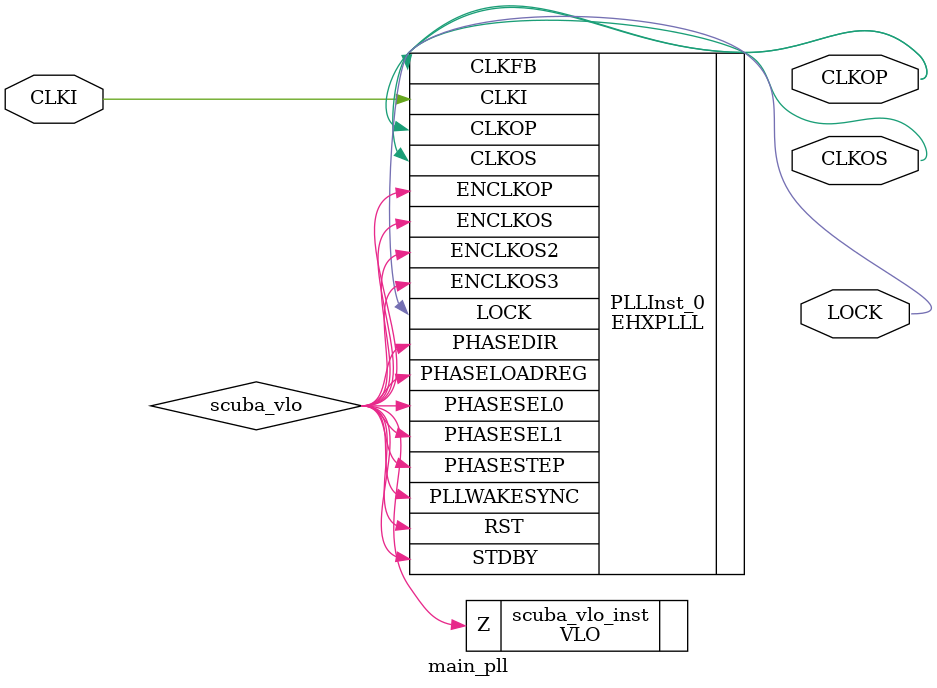
<source format=v>

module main_pll (CLKI, CLKOP, CLKOS, LOCK) /* synthesis NGD_DRC_MASK=1 */ ;   // c:/users/jari/mycodeprojects/tube_power_v5/lfe5u/ip_cores/main_pll/main_pll.vhd(12[8:16])
    input CLKI;   // c:/users/jari/mycodeprojects/tube_power_v5/lfe5u/ip_cores/main_pll/main_pll.vhd(14[9:13])
    output CLKOP;   // c:/users/jari/mycodeprojects/tube_power_v5/lfe5u/ip_cores/main_pll/main_pll.vhd(15[9:14])
    output CLKOS;   // c:/users/jari/mycodeprojects/tube_power_v5/lfe5u/ip_cores/main_pll/main_pll.vhd(16[9:14])
    output LOCK;   // c:/users/jari/mycodeprojects/tube_power_v5/lfe5u/ip_cores/main_pll/main_pll.vhd(17[9:13])
    
    wire CLKI /* synthesis is_clock=1 */ ;   // c:/users/jari/mycodeprojects/tube_power_v5/lfe5u/ip_cores/main_pll/main_pll.vhd(14[9:13])
    wire CLKOP /* synthesis is_clock=1 */ ;   // c:/users/jari/mycodeprojects/tube_power_v5/lfe5u/ip_cores/main_pll/main_pll.vhd(15[9:14])
    
    wire scuba_vlo, VCC_net;
    
    VLO scuba_vlo_inst (.Z(scuba_vlo));
    EHXPLLL PLLInst_0 (.CLKI(CLKI), .CLKFB(CLKOP), .PHASESEL0(scuba_vlo), 
            .PHASESEL1(scuba_vlo), .PHASEDIR(scuba_vlo), .PHASESTEP(scuba_vlo), 
            .PHASELOADREG(scuba_vlo), .STDBY(scuba_vlo), .PLLWAKESYNC(scuba_vlo), 
            .RST(scuba_vlo), .ENCLKOP(scuba_vlo), .ENCLKOS(scuba_vlo), 
            .ENCLKOS2(scuba_vlo), .ENCLKOS3(scuba_vlo), .CLKOP(CLKOP), 
            .CLKOS(CLKOS), .LOCK(LOCK)) /* synthesis syn_black_box=true, FREQUENCY_PIN_CLKOS="240.000000", FREQUENCY_PIN_CLKOP="120.000000", FREQUENCY_PIN_CLKI="50.000000", ICP_CURRENT="6", LPF_RESISTOR="16", syn_instantiated=1 */ ;
    defparam PLLInst_0.CLKI_DIV = 5;
    defparam PLLInst_0.CLKFB_DIV = 12;
    defparam PLLInst_0.CLKOP_DIV = 6;
    defparam PLLInst_0.CLKOS_DIV = 3;
    defparam PLLInst_0.CLKOS2_DIV = 1;
    defparam PLLInst_0.CLKOS3_DIV = 1;
    defparam PLLInst_0.CLKOP_ENABLE = "ENABLED";
    defparam PLLInst_0.CLKOS_ENABLE = "ENABLED";
    defparam PLLInst_0.CLKOS2_ENABLE = "DISABLED";
    defparam PLLInst_0.CLKOS3_ENABLE = "DISABLED";
    defparam PLLInst_0.CLKOP_CPHASE = 5;
    defparam PLLInst_0.CLKOS_CPHASE = 2;
    defparam PLLInst_0.CLKOS2_CPHASE = 0;
    defparam PLLInst_0.CLKOS3_CPHASE = 0;
    defparam PLLInst_0.CLKOP_FPHASE = 0;
    defparam PLLInst_0.CLKOS_FPHASE = 0;
    defparam PLLInst_0.CLKOS2_FPHASE = 0;
    defparam PLLInst_0.CLKOS3_FPHASE = 0;
    defparam PLLInst_0.FEEDBK_PATH = "CLKOP";
    defparam PLLInst_0.CLKOP_TRIM_POL = "FALLING";
    defparam PLLInst_0.CLKOP_TRIM_DELAY = 0;
    defparam PLLInst_0.CLKOS_TRIM_POL = "FALLING";
    defparam PLLInst_0.CLKOS_TRIM_DELAY = 0;
    defparam PLLInst_0.OUTDIVIDER_MUXA = "DIVA";
    defparam PLLInst_0.OUTDIVIDER_MUXB = "DIVB";
    defparam PLLInst_0.OUTDIVIDER_MUXC = "DIVC";
    defparam PLLInst_0.OUTDIVIDER_MUXD = "DIVD";
    defparam PLLInst_0.PLL_LOCK_MODE = 2;
    defparam PLLInst_0.PLL_LOCK_DELAY = 200;
    defparam PLLInst_0.STDBY_ENABLE = "DISABLED";
    defparam PLLInst_0.REFIN_RESET = "DISABLED";
    defparam PLLInst_0.SYNC_ENABLE = "DISABLED";
    defparam PLLInst_0.INT_LOCK_STICKY = "ENABLED";
    defparam PLLInst_0.DPHASE_SOURCE = "DISABLED";
    defparam PLLInst_0.PLLRST_ENA = "DISABLED";
    defparam PLLInst_0.INTFB_WAKE = "DISABLED";
    GSR GSR_INST (.GSR(VCC_net));
    PUR PUR_INST (.PUR(VCC_net));
    defparam PUR_INST.RST_PULSE = 1;
    VHI i85 (.Z(VCC_net));
    
endmodule
//
// Verilog Description of module PUR
// module not written out since it is a black-box. 
//


</source>
